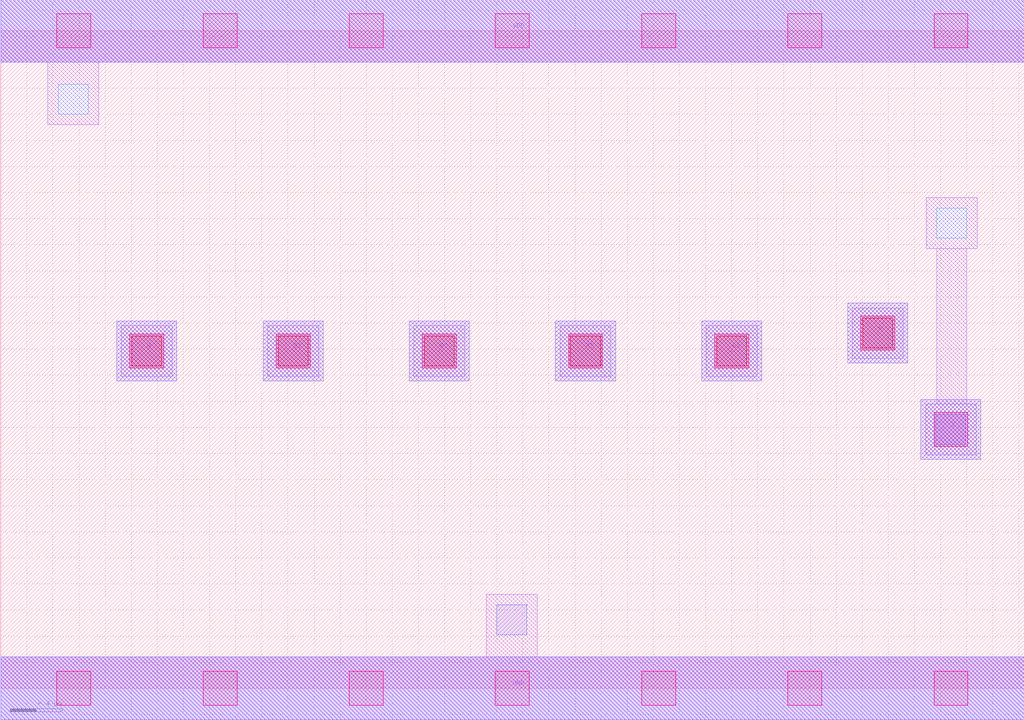
<source format=lef>
MACRO AAOI33
 CLASS CORE ;
 FOREIGN AAOI33 0 0 ;
 SIZE 7.84 BY 5.04 ;
 ORIGIN 0 0 ;
 SYMMETRY X Y R90 ;
 SITE unit ;
  PIN VDD
   DIRECTION INOUT ;
   USE POWER ;
   SHAPE ABUTMENT ;
    PORT
     CLASS CORE ;
       LAYER met1 ;
        RECT 0.00000000 4.80000000 7.84000000 5.28000000 ;
       LAYER met2 ;
        RECT 0.00000000 4.80000000 7.84000000 5.28000000 ;
    END
  END VDD

  PIN GND
   DIRECTION INOUT ;
   USE POWER ;
   SHAPE ABUTMENT ;
    PORT
     CLASS CORE ;
       LAYER met1 ;
        RECT 0.00000000 -0.24000000 7.84000000 0.24000000 ;
       LAYER met2 ;
        RECT 0.00000000 -0.24000000 7.84000000 0.24000000 ;
    END
  END GND

  PIN Y
   DIRECTION INOUT ;
   USE SIGNAL ;
   SHAPE ABUTMENT ;
    PORT
     CLASS CORE ;
       LAYER met2 ;
        RECT 7.05000000 1.75500000 7.51000000 2.21500000 ;
    END
  END Y

  PIN B
   DIRECTION INOUT ;
   USE SIGNAL ;
   SHAPE ABUTMENT ;
    PORT
     CLASS CORE ;
       LAYER met2 ;
        RECT 0.89000000 2.35700000 1.35000000 2.81700000 ;
    END
  END B

  PIN B1
   DIRECTION INOUT ;
   USE SIGNAL ;
   SHAPE ABUTMENT ;
    PORT
     CLASS CORE ;
       LAYER met2 ;
        RECT 2.01000000 2.35700000 2.47000000 2.81700000 ;
    END
  END B1

  PIN B2
   DIRECTION INOUT ;
   USE SIGNAL ;
   SHAPE ABUTMENT ;
    PORT
     CLASS CORE ;
       LAYER met2 ;
        RECT 3.13000000 2.35700000 3.59000000 2.81700000 ;
    END
  END B2

  PIN A2
   DIRECTION INOUT ;
   USE SIGNAL ;
   SHAPE ABUTMENT ;
    PORT
     CLASS CORE ;
       LAYER met2 ;
        RECT 4.25000000 2.35700000 4.71000000 2.81700000 ;
    END
  END A2

  PIN A
   DIRECTION INOUT ;
   USE SIGNAL ;
   SHAPE ABUTMENT ;
    PORT
     CLASS CORE ;
       LAYER met2 ;
        RECT 6.49000000 2.49200000 6.95000000 2.95200000 ;
    END
  END A

  PIN A1
   DIRECTION INOUT ;
   USE SIGNAL ;
   SHAPE ABUTMENT ;
    PORT
     CLASS CORE ;
       LAYER met2 ;
        RECT 5.37000000 2.35700000 5.83000000 2.81700000 ;
    END
  END A1

 OBS
    LAYER polycont ;
     RECT 1.00500000 2.47200000 1.23500000 2.70200000 ;
     RECT 2.12500000 2.47200000 2.35500000 2.70200000 ;
     RECT 3.24500000 2.47200000 3.47500000 2.70200000 ;
     RECT 4.36500000 2.47200000 4.59500000 2.70200000 ;
     RECT 5.48500000 2.47200000 5.71500000 2.70200000 ;
     RECT 6.60500000 2.60700000 6.83500000 2.83700000 ;

    LAYER pdiffc ;
     RECT 7.17000000 3.45000000 7.40000000 3.68000000 ;
     RECT 0.44000000 4.40000000 0.67000000 4.63000000 ;

    LAYER ndiffc ;
     RECT 3.80000000 0.41000000 4.03000000 0.64000000 ;
     RECT 7.16500000 1.87000000 7.39500000 2.10000000 ;

    LAYER met1 ;
     RECT 0.00000000 -0.24000000 7.84000000 0.24000000 ;
     RECT 3.72000000 0.24000000 4.11000000 0.72000000 ;
     RECT 0.92500000 2.39200000 1.31500000 2.78200000 ;
     RECT 2.04500000 2.39200000 2.43500000 2.78200000 ;
     RECT 3.16500000 2.39200000 3.55500000 2.78200000 ;
     RECT 4.28500000 2.39200000 4.67500000 2.78200000 ;
     RECT 5.40500000 2.39200000 5.79500000 2.78200000 ;
     RECT 6.52500000 2.52700000 6.91500000 2.91700000 ;
     RECT 7.08500000 1.79000000 7.47500000 2.18000000 ;
     RECT 7.17000000 2.18000000 7.40000000 3.37000000 ;
     RECT 7.09000000 3.37000000 7.48000000 3.76000000 ;
     RECT 0.36000000 4.32000000 0.75000000 4.80000000 ;
     RECT 0.00000000 4.80000000 7.84000000 5.28000000 ;

    LAYER via1 ;
     RECT 0.43000000 -0.13000000 0.69000000 0.13000000 ;
     RECT 1.55000000 -0.13000000 1.81000000 0.13000000 ;
     RECT 2.67000000 -0.13000000 2.93000000 0.13000000 ;
     RECT 3.79000000 -0.13000000 4.05000000 0.13000000 ;
     RECT 4.91000000 -0.13000000 5.17000000 0.13000000 ;
     RECT 6.03000000 -0.13000000 6.29000000 0.13000000 ;
     RECT 7.15000000 -0.13000000 7.41000000 0.13000000 ;
     RECT 7.15000000 1.85500000 7.41000000 2.11500000 ;
     RECT 0.99000000 2.45700000 1.25000000 2.71700000 ;
     RECT 2.11000000 2.45700000 2.37000000 2.71700000 ;
     RECT 3.23000000 2.45700000 3.49000000 2.71700000 ;
     RECT 4.35000000 2.45700000 4.61000000 2.71700000 ;
     RECT 5.47000000 2.45700000 5.73000000 2.71700000 ;
     RECT 6.59000000 2.59200000 6.85000000 2.85200000 ;
     RECT 0.43000000 4.91000000 0.69000000 5.17000000 ;
     RECT 1.55000000 4.91000000 1.81000000 5.17000000 ;
     RECT 2.67000000 4.91000000 2.93000000 5.17000000 ;
     RECT 3.79000000 4.91000000 4.05000000 5.17000000 ;
     RECT 4.91000000 4.91000000 5.17000000 5.17000000 ;
     RECT 6.03000000 4.91000000 6.29000000 5.17000000 ;
     RECT 7.15000000 4.91000000 7.41000000 5.17000000 ;

    LAYER met2 ;
     RECT 0.00000000 -0.24000000 7.84000000 0.24000000 ;
     RECT 7.05000000 1.75500000 7.51000000 2.21500000 ;
     RECT 0.89000000 2.35700000 1.35000000 2.81700000 ;
     RECT 2.01000000 2.35700000 2.47000000 2.81700000 ;
     RECT 3.13000000 2.35700000 3.59000000 2.81700000 ;
     RECT 4.25000000 2.35700000 4.71000000 2.81700000 ;
     RECT 5.37000000 2.35700000 5.83000000 2.81700000 ;
     RECT 6.49000000 2.49200000 6.95000000 2.95200000 ;
     RECT 0.00000000 4.80000000 7.84000000 5.28000000 ;

 END
END AAOI33

</source>
